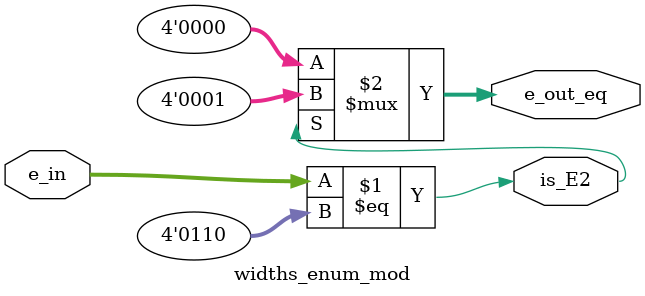
<source format=sv>
module widths_enum_mod (
    input  wire [3:0] e_in,      // pass enum value
    output wire [3:0] e_out_eq,  // 1 if e_in == E2, else 0
    output wire       is_E2
);
    // “Enum” constants:
    localparam [3:0] E0 = 4'h0;
    localparam [3:0] E1 = 4'd5;
    localparam [3:0] E2 = 4'd6;   // (implicit)
    localparam [3:0] E3 = 4'o7;   // octal 7 → 3'b111 → 4'h7
    localparam [3:0] E4 = 4'b1010;

    assign is_E2   = (e_in == E2);
    assign e_out_eq = is_E2 ? 4'd1 : 4'd0;
endmodule

</source>
